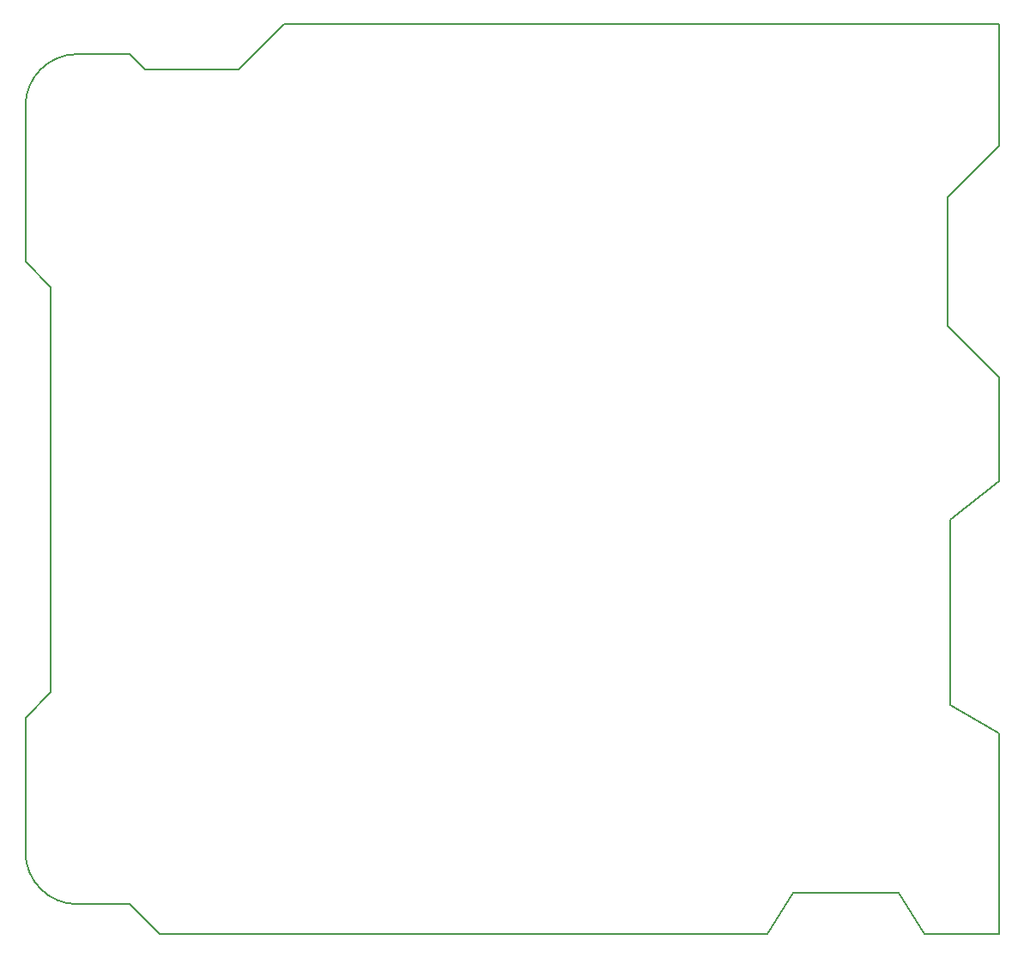
<source format=gm1>
G04 #@! TF.GenerationSoftware,KiCad,Pcbnew,6.0.0-unknown-daad58e~86~ubuntu18.04.1*
G04 #@! TF.CreationDate,2019-06-14T12:13:53-04:00*
G04 #@! TF.ProjectId,DPL,44504c2e-6b69-4636-9164-5f7063625858,rev?*
G04 #@! TF.SameCoordinates,Original*
G04 #@! TF.FileFunction,Profile,NP*
%FSLAX46Y46*%
G04 Gerber Fmt 4.6, Leading zero omitted, Abs format (unit mm)*
G04 Created by KiCad (PCBNEW 6.0.0-unknown-daad58e~86~ubuntu18.04.1) date 2019-06-14 12:13:53*
%MOMM*%
%LPD*%
G04 APERTURE LIST*
%ADD10C,0.200000*%
G04 APERTURE END LIST*
D10*
X74875000Y-115705000D02*
X74875000Y-129005000D01*
X74875000Y-55345000D02*
G75*
G02X80005000Y-50215000I5130000J0D01*
G01*
X85185000Y-50215000D02*
X80005000Y-50215000D01*
X86675000Y-51705000D02*
X95895000Y-51705000D01*
X85185000Y-50215000D02*
X86675000Y-51705000D01*
X100385000Y-47225000D02*
X170915000Y-47225000D01*
X95895000Y-51705000D02*
X100385000Y-47225000D01*
X170915000Y-47225000D02*
X170915000Y-59275000D01*
X165865000Y-64335000D02*
X165865000Y-77085000D01*
X170915000Y-59275000D02*
X165865000Y-64335000D01*
X170915000Y-82135000D02*
X170915000Y-92345000D01*
X165865000Y-77085000D02*
X170915000Y-82135000D01*
X166085000Y-96205000D02*
X166085000Y-114495000D01*
X170915000Y-92345000D02*
X166085000Y-96205000D01*
X170915000Y-117285000D02*
X170915000Y-137095000D01*
X166085000Y-114495000D02*
X170915000Y-117285000D01*
X170915000Y-137095000D02*
X163545000Y-137095000D01*
X160985000Y-132995000D02*
X150595000Y-132995000D01*
X163545000Y-137095000D02*
X160985000Y-132995000D01*
X148045000Y-137095000D02*
X88145000Y-137095000D01*
X150595000Y-132995000D02*
X148045000Y-137095000D01*
X77375000Y-113205000D02*
X77375000Y-73205000D01*
X74875000Y-70705000D02*
X74875000Y-55345000D01*
X74875000Y-115705000D02*
X77375000Y-113205000D01*
X77375000Y-73205000D02*
X74875000Y-70705000D01*
X80005000Y-134135000D02*
G75*
G02X74875000Y-129005000I0J5130000D01*
G01*
X85185000Y-134135000D02*
X80005000Y-134135000D01*
X88145000Y-137095000D02*
X85185000Y-134135000D01*
M02*

</source>
